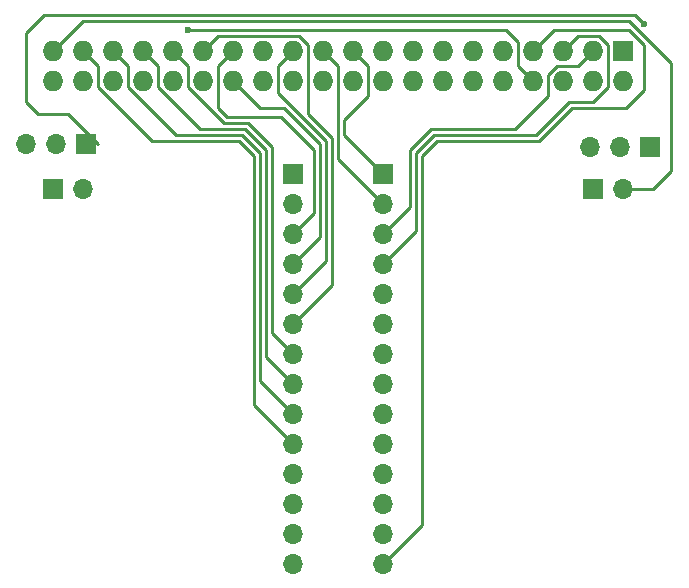
<source format=gbr>
G04 #@! TF.FileFunction,Copper,L2,Bot,Signal*
%FSLAX46Y46*%
G04 Gerber Fmt 4.6, Leading zero omitted, Abs format (unit mm)*
G04 Created by KiCad (PCBNEW 4.0.7-e2-6376~61~ubuntu18.04.1) date Thu Jan 17 03:08:45 2019*
%MOMM*%
%LPD*%
G01*
G04 APERTURE LIST*
%ADD10C,0.100000*%
%ADD11R,1.727200X1.727200*%
%ADD12O,1.727200X1.727200*%
%ADD13R,1.700000X1.700000*%
%ADD14O,1.700000X1.700000*%
%ADD15C,0.600000*%
%ADD16C,0.250000*%
G04 APERTURE END LIST*
D10*
D11*
X170180000Y-68072000D03*
D12*
X170180000Y-70612000D03*
X167640000Y-68072000D03*
X167640000Y-70612000D03*
X165100000Y-68072000D03*
X165100000Y-70612000D03*
X162560000Y-68072000D03*
X162560000Y-70612000D03*
X160020000Y-68072000D03*
X160020000Y-70612000D03*
X157480000Y-68072000D03*
X157480000Y-70612000D03*
X154940000Y-68072000D03*
X154940000Y-70612000D03*
X152400000Y-68072000D03*
X152400000Y-70612000D03*
X149860000Y-68072000D03*
X149860000Y-70612000D03*
X147320000Y-68072000D03*
X147320000Y-70612000D03*
X144780000Y-68072000D03*
X144780000Y-70612000D03*
X142240000Y-68072000D03*
X142240000Y-70612000D03*
X139700000Y-68072000D03*
X139700000Y-70612000D03*
X137160000Y-68072000D03*
X137160000Y-70612000D03*
X134620000Y-68072000D03*
X134620000Y-70612000D03*
X132080000Y-68072000D03*
X132080000Y-70612000D03*
X129540000Y-68072000D03*
X129540000Y-70612000D03*
X127000000Y-68072000D03*
X127000000Y-70612000D03*
X124460000Y-68072000D03*
X124460000Y-70612000D03*
X121920000Y-68072000D03*
X121920000Y-70612000D03*
D13*
X124714000Y-75946000D03*
D14*
X122174000Y-75946000D03*
X119634000Y-75946000D03*
D13*
X149860000Y-78486000D03*
D14*
X149860000Y-81026000D03*
X149860000Y-83566000D03*
X149860000Y-86106000D03*
X149860000Y-88646000D03*
X149860000Y-91186000D03*
X149860000Y-93726000D03*
X149860000Y-96266000D03*
X149860000Y-98806000D03*
X149860000Y-101346000D03*
X149860000Y-103886000D03*
X149860000Y-106426000D03*
X149860000Y-108966000D03*
X149860000Y-111506000D03*
D13*
X121920000Y-79756000D03*
D14*
X124460000Y-79756000D03*
D13*
X142240000Y-78486000D03*
D14*
X142240000Y-81026000D03*
X142240000Y-83566000D03*
X142240000Y-86106000D03*
X142240000Y-88646000D03*
X142240000Y-91186000D03*
X142240000Y-93726000D03*
X142240000Y-96266000D03*
X142240000Y-98806000D03*
X142240000Y-101346000D03*
X142240000Y-103886000D03*
X142240000Y-106426000D03*
X142240000Y-108966000D03*
X142240000Y-111506000D03*
D13*
X167640000Y-79756000D03*
D14*
X170180000Y-79756000D03*
D13*
X172466000Y-76200000D03*
D14*
X169926000Y-76200000D03*
X167386000Y-76200000D03*
D15*
X171958000Y-65786000D03*
X133350000Y-66294000D03*
D16*
X119634000Y-72390000D02*
X120650000Y-73406000D01*
X120650000Y-73406000D02*
X123190000Y-73406000D01*
X125730000Y-75946000D02*
X123190000Y-73406000D01*
X171196000Y-65024000D02*
X121158000Y-65024000D01*
X121158000Y-65024000D02*
X119634000Y-66548000D01*
X119634000Y-66548000D02*
X119634000Y-72390000D01*
X171958000Y-65786000D02*
X171196000Y-65024000D01*
X167640000Y-68072000D02*
X166370000Y-69342000D01*
X166370000Y-69342000D02*
X164592000Y-69342000D01*
X152146000Y-81280000D02*
X149860000Y-83566000D01*
X152146000Y-76454000D02*
X152146000Y-81280000D01*
X153924000Y-74676000D02*
X152146000Y-76454000D01*
X161036000Y-74676000D02*
X153924000Y-74676000D01*
X163830000Y-71882000D02*
X161036000Y-74676000D01*
X163830000Y-70104000D02*
X163830000Y-71882000D01*
X164592000Y-69342000D02*
X163830000Y-70104000D01*
X168910000Y-71120000D02*
X167640000Y-72390000D01*
X166370000Y-66802000D02*
X168148000Y-66802000D01*
X168148000Y-66802000D02*
X168910000Y-67564000D01*
X168910000Y-67564000D02*
X168910000Y-71120000D01*
X165100000Y-68072000D02*
X166370000Y-66802000D01*
X165608000Y-72390000D02*
X162814000Y-75184000D01*
X167640000Y-72390000D02*
X165608000Y-72390000D01*
X152654000Y-83312000D02*
X149860000Y-86106000D01*
X152654000Y-76708000D02*
X152654000Y-83312000D01*
X154178000Y-75184000D02*
X152654000Y-76708000D01*
X162814000Y-75184000D02*
X154178000Y-75184000D01*
X174244000Y-69088000D02*
X174244000Y-78232000D01*
X170688000Y-65532000D02*
X173228000Y-68072000D01*
X121920000Y-68072000D02*
X124460000Y-65532000D01*
X124460000Y-65532000D02*
X170688000Y-65532000D01*
X173228000Y-68072000D02*
X174244000Y-69088000D01*
X172720000Y-79756000D02*
X170180000Y-79756000D01*
X174244000Y-78232000D02*
X172720000Y-79756000D01*
X171958000Y-67564000D02*
X171958000Y-71374000D01*
X164338000Y-66294000D02*
X170688000Y-66294000D01*
X170688000Y-66294000D02*
X171958000Y-67564000D01*
X162560000Y-68072000D02*
X164338000Y-66294000D01*
X170434000Y-72898000D02*
X165862000Y-72898000D01*
X171958000Y-71374000D02*
X170434000Y-72898000D01*
X165862000Y-72898000D02*
X163068000Y-75692000D01*
X153162000Y-108204000D02*
X149860000Y-111506000D01*
X153162000Y-76962000D02*
X153162000Y-108204000D01*
X154432000Y-75692000D02*
X153162000Y-76962000D01*
X163068000Y-75692000D02*
X154432000Y-75692000D01*
X162560000Y-70612000D02*
X161290000Y-69342000D01*
X161290000Y-69342000D02*
X161290000Y-67310000D01*
X160274000Y-66294000D02*
X133350000Y-66294000D01*
X161290000Y-67310000D02*
X160274000Y-66294000D01*
X146558000Y-75184000D02*
X149860000Y-78486000D01*
X146558000Y-73914000D02*
X146558000Y-75184000D01*
X148590000Y-71882000D02*
X146558000Y-73914000D01*
X147320000Y-68072000D02*
X148590000Y-69342000D01*
X148590000Y-69342000D02*
X148590000Y-71882000D01*
X146050000Y-77216000D02*
X149860000Y-81026000D01*
X144780000Y-68072000D02*
X146050000Y-69342000D01*
X146050000Y-69342000D02*
X146050000Y-77216000D01*
X142240000Y-68072000D02*
X140970000Y-69342000D01*
X140970000Y-69342000D02*
X140970000Y-71628000D01*
X145034000Y-85852000D02*
X142240000Y-88646000D01*
X145034000Y-75692000D02*
X145034000Y-85852000D01*
X140970000Y-71628000D02*
X145034000Y-75692000D01*
X144018000Y-81788000D02*
X142240000Y-83566000D01*
X144018000Y-76454000D02*
X144018000Y-81788000D01*
X141224000Y-73660000D02*
X144018000Y-76454000D01*
X136652000Y-73660000D02*
X141224000Y-73660000D01*
X135890000Y-72898000D02*
X136652000Y-73660000D01*
X137160000Y-68072000D02*
X135890000Y-69342000D01*
X135890000Y-69342000D02*
X135890000Y-72898000D01*
X144526000Y-83820000D02*
X142240000Y-86106000D01*
X144526000Y-75946000D02*
X144526000Y-83820000D01*
X141478000Y-72898000D02*
X144526000Y-75946000D01*
X137160000Y-70612000D02*
X139446000Y-72898000D01*
X139446000Y-72898000D02*
X141478000Y-72898000D01*
X145542000Y-87884000D02*
X142240000Y-91186000D01*
X145542000Y-75438000D02*
X145542000Y-87884000D01*
X143510000Y-73406000D02*
X145542000Y-75438000D01*
X143510000Y-67564000D02*
X143510000Y-73406000D01*
X142748000Y-66802000D02*
X143510000Y-67564000D01*
X134620000Y-68072000D02*
X135890000Y-66802000D01*
X135890000Y-66802000D02*
X142748000Y-66802000D01*
X140462000Y-91948000D02*
X142240000Y-93726000D01*
X140462000Y-76200000D02*
X140462000Y-91948000D01*
X138430000Y-74168000D02*
X140462000Y-76200000D01*
X136398000Y-74168000D02*
X138430000Y-74168000D01*
X133350000Y-71120000D02*
X136398000Y-74168000D01*
X132080000Y-68072000D02*
X133350000Y-69342000D01*
X133350000Y-69342000D02*
X133350000Y-71120000D01*
X139954000Y-93980000D02*
X142240000Y-96266000D01*
X139954000Y-76454000D02*
X139954000Y-93980000D01*
X138176000Y-74676000D02*
X139954000Y-76454000D01*
X134366000Y-74676000D02*
X138176000Y-74676000D01*
X130810000Y-71120000D02*
X134366000Y-74676000D01*
X129540000Y-68072000D02*
X130810000Y-69342000D01*
X130810000Y-69342000D02*
X130810000Y-71120000D01*
X138938000Y-98044000D02*
X142240000Y-101346000D01*
X138938000Y-76962000D02*
X138938000Y-98044000D01*
X137668000Y-75692000D02*
X138938000Y-76962000D01*
X130302000Y-75692000D02*
X137668000Y-75692000D01*
X125730000Y-71120000D02*
X130302000Y-75692000D01*
X124460000Y-68072000D02*
X125730000Y-69342000D01*
X125730000Y-69342000D02*
X125730000Y-71120000D01*
X139446000Y-96012000D02*
X142240000Y-98806000D01*
X139446000Y-76708000D02*
X139446000Y-96012000D01*
X137922000Y-75184000D02*
X139446000Y-76708000D01*
X132334000Y-75184000D02*
X137922000Y-75184000D01*
X128270000Y-71120000D02*
X132334000Y-75184000D01*
X127000000Y-68072000D02*
X128270000Y-69342000D01*
X128270000Y-69342000D02*
X128270000Y-71120000D01*
M02*

</source>
